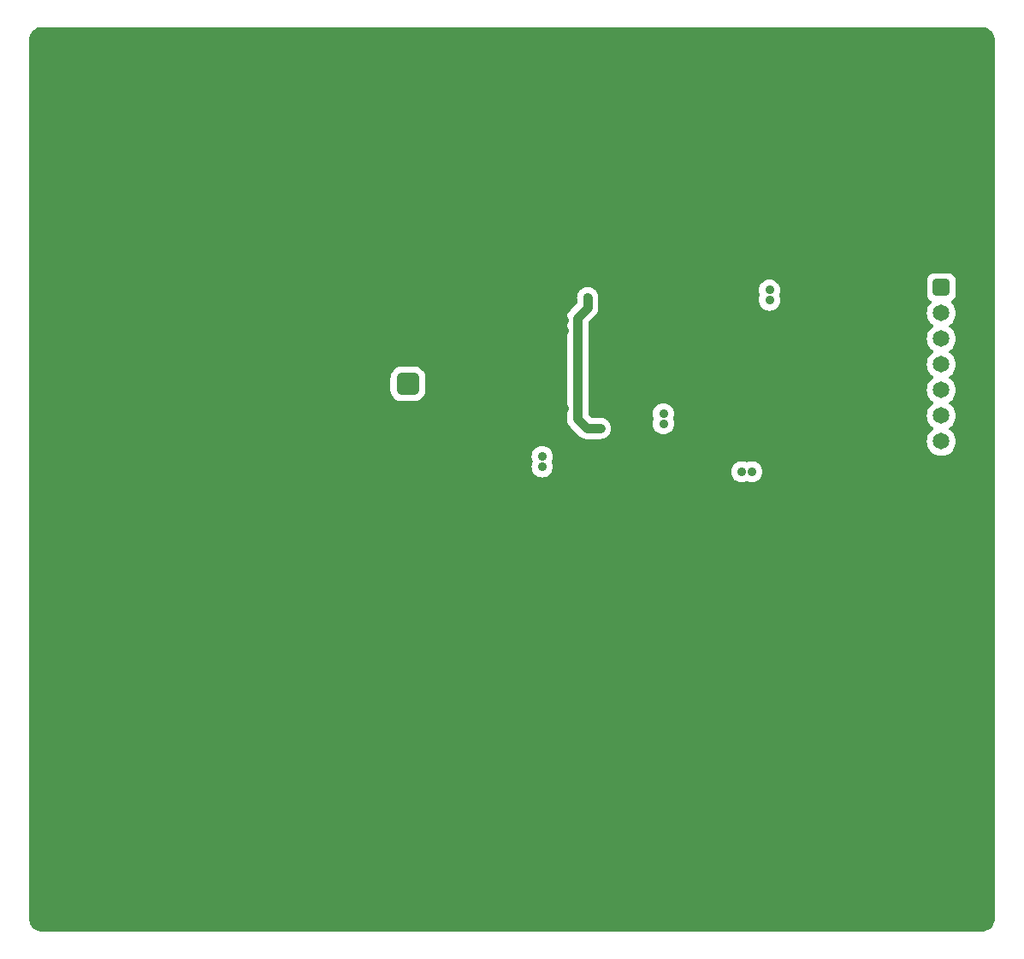
<source format=gbr>
%TF.GenerationSoftware,KiCad,Pcbnew,8.0.8*%
%TF.CreationDate,2025-03-29T16:24:55+01:00*%
%TF.ProjectId,rf,72662e6b-6963-4616-945f-706362585858,rev?*%
%TF.SameCoordinates,PX55d4a80PY8044ea0*%
%TF.FileFunction,Copper,L4,Bot*%
%TF.FilePolarity,Positive*%
%FSLAX46Y46*%
G04 Gerber Fmt 4.6, Leading zero omitted, Abs format (unit mm)*
G04 Created by KiCad (PCBNEW 8.0.8) date 2025-03-29 16:24:55*
%MOMM*%
%LPD*%
G01*
G04 APERTURE LIST*
G04 Aperture macros list*
%AMRoundRect*
0 Rectangle with rounded corners*
0 $1 Rounding radius*
0 $2 $3 $4 $5 $6 $7 $8 $9 X,Y pos of 4 corners*
0 Add a 4 corners polygon primitive as box body*
4,1,4,$2,$3,$4,$5,$6,$7,$8,$9,$2,$3,0*
0 Add four circle primitives for the rounded corners*
1,1,$1+$1,$2,$3*
1,1,$1+$1,$4,$5*
1,1,$1+$1,$6,$7*
1,1,$1+$1,$8,$9*
0 Add four rect primitives between the rounded corners*
20,1,$1+$1,$2,$3,$4,$5,0*
20,1,$1+$1,$4,$5,$6,$7,0*
20,1,$1+$1,$6,$7,$8,$9,0*
20,1,$1+$1,$8,$9,$2,$3,0*%
G04 Aperture macros list end*
%TA.AperFunction,ComponentPad*%
%ADD10C,0.800000*%
%TD*%
%TA.AperFunction,ComponentPad*%
%ADD11C,6.400000*%
%TD*%
%TA.AperFunction,ComponentPad*%
%ADD12RoundRect,0.250000X-0.575000X0.575000X-0.575000X-0.575000X0.575000X-0.575000X0.575000X0.575000X0*%
%TD*%
%TA.AperFunction,ComponentPad*%
%ADD13C,1.650000*%
%TD*%
%TA.AperFunction,ComponentPad*%
%ADD14RoundRect,0.562500X0.562500X0.562500X-0.562500X0.562500X-0.562500X-0.562500X0.562500X-0.562500X0*%
%TD*%
%TA.AperFunction,ComponentPad*%
%ADD15C,2.550000*%
%TD*%
%TA.AperFunction,ViaPad*%
%ADD16C,0.900000*%
%TD*%
%TA.AperFunction,ViaPad*%
%ADD17C,0.700000*%
%TD*%
%TA.AperFunction,Conductor*%
%ADD18C,0.900000*%
%TD*%
G04 APERTURE END LIST*
D10*
%TO.P,H3,1,1*%
%TO.N,GND*%
X88100000Y5500000D03*
X88802944Y7197056D03*
X88802944Y3802944D03*
X90500000Y7900000D03*
D11*
X90500000Y5500000D03*
D10*
X90500000Y3100000D03*
X92197056Y7197056D03*
X92197056Y3802944D03*
X92900000Y5500000D03*
%TD*%
D12*
%TO.P,J1,1,1*%
%TO.N,+3V3*%
X90500000Y64000000D03*
D13*
%TO.P,J1,2,2*%
%TO.N,/nSEL_RF*%
X90500000Y61460000D03*
%TO.P,J1,3,3*%
%TO.N,/SDI_RF*%
X90500000Y58920000D03*
%TO.P,J1,4,4*%
%TO.N,/SDO_RF*%
X90500000Y56380000D03*
%TO.P,J1,5,5*%
%TO.N,/SCLK_RF*%
X90500000Y53840000D03*
%TO.P,J1,6,6*%
%TO.N,/nIRQ_RF*%
X90500000Y51300000D03*
%TO.P,J1,7,7*%
%TO.N,/COMMAND_DONE_RF*%
X90500000Y48760000D03*
%TO.P,J1,8,8*%
%TO.N,GND*%
X90500000Y46220000D03*
%TD*%
D10*
%TO.P,H4,1,1*%
%TO.N,GND*%
X3100000Y5500000D03*
X3802944Y7197056D03*
X3802944Y3802944D03*
X5500000Y7900000D03*
D11*
X5500000Y5500000D03*
D10*
X5500000Y3100000D03*
X7197056Y7197056D03*
X7197056Y3802944D03*
X7900000Y5500000D03*
%TD*%
%TO.P,H1,1,1*%
%TO.N,GND*%
X3100000Y84500000D03*
X3802944Y86197056D03*
X3802944Y82802944D03*
X5500000Y86900000D03*
D11*
X5500000Y84500000D03*
D10*
X5500000Y82100000D03*
X7197056Y86197056D03*
X7197056Y82802944D03*
X7900000Y84500000D03*
%TD*%
%TO.P,H2,1,1*%
%TO.N,GND*%
X88100000Y84500000D03*
X88802944Y86197056D03*
X88802944Y82802944D03*
X90500000Y86900000D03*
D11*
X90500000Y84500000D03*
D10*
X90500000Y82100000D03*
X92197056Y86197056D03*
X92197056Y82802944D03*
X92900000Y84500000D03*
%TD*%
D14*
%TO.P,J5,1,1*%
%TO.N,Net-(C22-Pad1)*%
X37710000Y54460000D03*
D15*
%TO.P,J5,2,2*%
%TO.N,GND*%
X40250000Y51920000D03*
%TO.P,J5,3,3*%
X35170000Y51920000D03*
%TO.P,J5,4,4*%
X35170000Y57000000D03*
%TO.P,J5,5,5*%
X40250000Y57000000D03*
%TD*%
D16*
%TO.N,GND*%
X30500000Y47500000D03*
X66000000Y59500000D03*
%TO.N,+3V3*%
X71750000Y45750000D03*
X63000000Y51500000D03*
X51000000Y47250000D03*
X73500000Y63750000D03*
X73500000Y62750000D03*
X63000000Y50500000D03*
X51000000Y46250000D03*
X70750000Y45750000D03*
%TO.N,GND*%
X87500000Y52500000D03*
X53000000Y67500000D03*
X94500000Y37750000D03*
X58000000Y42500000D03*
X85000000Y52500000D03*
X57500000Y55750000D03*
X45500000Y42500000D03*
X48000000Y67500000D03*
X73000000Y42500000D03*
X61250000Y64500000D03*
X75500000Y45000000D03*
X30500000Y67500000D03*
X94500000Y52250000D03*
X1500000Y81250000D03*
X94500000Y1500000D03*
X68000000Y42500000D03*
X75500000Y42500000D03*
X87500000Y57500000D03*
D17*
X71250000Y54500000D03*
D16*
X82500000Y50000000D03*
X30500000Y50000000D03*
X46250000Y52000000D03*
X33000000Y42500000D03*
X87500000Y55000000D03*
X85000000Y55000000D03*
X38000000Y42500000D03*
X58000000Y67500000D03*
X67000000Y59000000D03*
X60000000Y55750000D03*
X66250000Y45750000D03*
X43000000Y52000000D03*
X63500000Y88500000D03*
X94500000Y8750000D03*
X87500000Y60000000D03*
X1500000Y30500000D03*
X75500000Y65000000D03*
X67350000Y48000000D03*
X68000000Y52000000D03*
X68000000Y67500000D03*
X94500000Y23250000D03*
X68500000Y57250000D03*
X62500000Y58750000D03*
X48000000Y1500000D03*
X46250000Y53000000D03*
X60500000Y42500000D03*
X73000000Y67500000D03*
X40250000Y88500000D03*
X94500000Y88500000D03*
X1500000Y52250000D03*
X85000000Y60000000D03*
X65250000Y50250000D03*
X63000000Y42500000D03*
X17000000Y1500000D03*
X1500000Y45000000D03*
X85000000Y50000000D03*
X65250000Y51250000D03*
X24750000Y1500000D03*
X60000000Y64500000D03*
X94500000Y81250000D03*
X67300000Y45750000D03*
X59250000Y52000000D03*
X75500000Y57500000D03*
X40500000Y42500000D03*
X75500000Y47500000D03*
X24750000Y88500000D03*
X46250000Y55750000D03*
X55750000Y1500000D03*
X94500000Y30500000D03*
X79000000Y1500000D03*
X30500000Y42500000D03*
X60500000Y67500000D03*
D17*
X69750000Y54500000D03*
D16*
X70500000Y67500000D03*
X55750000Y88500000D03*
X38000000Y67500000D03*
X87500000Y50000000D03*
X50500000Y67500000D03*
X48000000Y88500000D03*
X52750000Y55500000D03*
X30500000Y55000000D03*
X1500000Y74000000D03*
X1500000Y16000000D03*
X53250000Y60750000D03*
X86750000Y1500000D03*
X30500000Y60000000D03*
X32500000Y88500000D03*
D17*
X70500000Y55250000D03*
D16*
X1500000Y23250000D03*
X65500000Y67500000D03*
X94500000Y66750000D03*
X17000000Y88500000D03*
X1500000Y1500000D03*
X86750000Y88500000D03*
X82500000Y60000000D03*
X82500000Y57500000D03*
X63500000Y1500000D03*
X43000000Y53000000D03*
X70500000Y42500000D03*
X40500000Y67500000D03*
X67000000Y60250000D03*
X71250000Y88500000D03*
X75500000Y62500000D03*
X75500000Y50000000D03*
X30500000Y57500000D03*
X85000000Y57500000D03*
X48000000Y42500000D03*
D17*
X69750000Y56000000D03*
D16*
X82500000Y55000000D03*
X80000000Y52500000D03*
X70500000Y50000000D03*
X1500000Y59500000D03*
X70500000Y49000000D03*
X53250000Y59750000D03*
X82500000Y52500000D03*
X9250000Y88500000D03*
X59250000Y53000000D03*
X45500000Y67500000D03*
X75500000Y60000000D03*
X49500000Y51500000D03*
X43000000Y55750000D03*
X43000000Y42500000D03*
X50500000Y42500000D03*
X35500000Y67500000D03*
X55500000Y42500000D03*
X57500000Y58750000D03*
X66250000Y48000000D03*
X75500000Y67500000D03*
X63000000Y67500000D03*
X1500000Y88500000D03*
X30500000Y52500000D03*
X56250000Y53000000D03*
X32500000Y1500000D03*
X56250000Y52000000D03*
X1500000Y8750000D03*
X60000000Y58750000D03*
X94500000Y74000000D03*
X30500000Y65000000D03*
X79000000Y88500000D03*
X80000000Y57500000D03*
X62500000Y55750000D03*
X66750000Y50500000D03*
X67750000Y50500000D03*
X30500000Y62500000D03*
X94500000Y16000000D03*
X1500000Y37750000D03*
X9250000Y1500000D03*
X43000000Y67500000D03*
X94500000Y59500000D03*
X55500000Y67500000D03*
D17*
X71250000Y56000000D03*
D16*
X53000000Y42500000D03*
X53250000Y52000000D03*
X94500000Y45000000D03*
X35500000Y42500000D03*
X80000000Y55000000D03*
X71250000Y1500000D03*
X65500000Y42500000D03*
X30500000Y45000000D03*
X40250000Y1500000D03*
X33000000Y67500000D03*
X1500000Y66750000D03*
X48500000Y51500000D03*
%TO.N,/SW*%
X55500000Y63000000D03*
X56750000Y50050000D03*
X55500000Y50050000D03*
X55500000Y62000000D03*
%TD*%
D18*
%TO.N,/SW*%
X54500000Y51000000D02*
X55450000Y50050000D01*
X54500000Y61000000D02*
X54500000Y51000000D01*
X55450000Y50050000D02*
X55500000Y50050000D01*
X55500000Y62000000D02*
X54500000Y61000000D01*
X55500000Y50050000D02*
X56750000Y50050000D01*
X55500000Y62000000D02*
X55500000Y63000000D01*
%TD*%
%TA.AperFunction,Conductor*%
%TO.N,GND*%
G36*
X94504853Y89799119D02*
G01*
X94693563Y89784267D01*
X94712772Y89781224D01*
X94892085Y89738175D01*
X94910577Y89732167D01*
X95046833Y89675728D01*
X95080946Y89661597D01*
X95098283Y89652763D01*
X95255504Y89556418D01*
X95271246Y89544981D01*
X95411464Y89425223D01*
X95425222Y89411465D01*
X95544980Y89271247D01*
X95556417Y89255505D01*
X95652762Y89098284D01*
X95661596Y89080947D01*
X95732163Y88910585D01*
X95738176Y88892079D01*
X95781222Y88712778D01*
X95784266Y88693560D01*
X95799118Y88504854D01*
X95799500Y88495125D01*
X95799500Y1504876D01*
X95799118Y1495147D01*
X95784266Y1306441D01*
X95781222Y1287223D01*
X95738176Y1107922D01*
X95732163Y1089416D01*
X95661596Y919054D01*
X95652762Y901717D01*
X95556417Y744496D01*
X95544980Y728754D01*
X95425222Y588536D01*
X95411464Y574778D01*
X95271246Y455020D01*
X95255504Y443583D01*
X95098283Y347238D01*
X95080946Y338404D01*
X94910584Y267837D01*
X94892078Y261824D01*
X94712777Y218778D01*
X94693559Y215734D01*
X94504854Y200882D01*
X94495125Y200500D01*
X1504875Y200500D01*
X1495146Y200882D01*
X1306440Y215734D01*
X1287222Y218778D01*
X1107921Y261824D01*
X1089415Y267837D01*
X919053Y338404D01*
X901716Y347238D01*
X744495Y443583D01*
X728753Y455020D01*
X588535Y574778D01*
X574777Y588536D01*
X455019Y728754D01*
X443582Y744496D01*
X347237Y901717D01*
X338403Y919054D01*
X324272Y953167D01*
X267833Y1089423D01*
X261825Y1107915D01*
X218776Y1287228D01*
X215733Y1306441D01*
X200882Y1495147D01*
X200500Y1504876D01*
X200500Y47250000D01*
X49944417Y47250000D01*
X49964699Y47044068D01*
X50024768Y46846046D01*
X50044862Y46808453D01*
X50059103Y46740050D01*
X50044862Y46691547D01*
X50024768Y46653955D01*
X49964699Y46455933D01*
X49944417Y46250000D01*
X49964699Y46044068D01*
X49994734Y45945056D01*
X50024768Y45846046D01*
X50122315Y45663550D01*
X50122317Y45663548D01*
X50253589Y45503590D01*
X50350209Y45424298D01*
X50413550Y45372315D01*
X50596046Y45274768D01*
X50794066Y45214700D01*
X50794065Y45214700D01*
X50812529Y45212882D01*
X51000000Y45194417D01*
X51205934Y45214700D01*
X51403954Y45274768D01*
X51586450Y45372315D01*
X51746410Y45503590D01*
X51877685Y45663550D01*
X51923894Y45750000D01*
X69694417Y45750000D01*
X69714699Y45544068D01*
X69714700Y45544066D01*
X69774768Y45346046D01*
X69872315Y45163550D01*
X69872317Y45163548D01*
X70003589Y45003590D01*
X70100209Y44924298D01*
X70163550Y44872315D01*
X70346046Y44774768D01*
X70544066Y44714700D01*
X70544065Y44714700D01*
X70562529Y44712882D01*
X70750000Y44694417D01*
X70955934Y44714700D01*
X71153954Y44774768D01*
X71191547Y44794863D01*
X71259947Y44809105D01*
X71308451Y44794864D01*
X71346046Y44774768D01*
X71544066Y44714700D01*
X71544065Y44714700D01*
X71562529Y44712882D01*
X71750000Y44694417D01*
X71955934Y44714700D01*
X72153954Y44774768D01*
X72336450Y44872315D01*
X72496410Y45003590D01*
X72627685Y45163550D01*
X72725232Y45346046D01*
X72785300Y45544066D01*
X72805583Y45750000D01*
X72785300Y45955934D01*
X72725232Y46153954D01*
X72627685Y46336450D01*
X72575702Y46399791D01*
X72496410Y46496411D01*
X72336452Y46627683D01*
X72336453Y46627683D01*
X72336450Y46627685D01*
X72153954Y46725232D01*
X71955934Y46785300D01*
X71955932Y46785301D01*
X71955934Y46785301D01*
X71750000Y46805583D01*
X71544067Y46785301D01*
X71346045Y46725232D01*
X71308453Y46705138D01*
X71240050Y46690897D01*
X71191547Y46705138D01*
X71153954Y46725232D01*
X71072304Y46750000D01*
X70955934Y46785300D01*
X70955932Y46785301D01*
X70955934Y46785301D01*
X70750000Y46805583D01*
X70544067Y46785301D01*
X70346043Y46725231D01*
X70281810Y46690897D01*
X70163550Y46627685D01*
X70163548Y46627684D01*
X70163547Y46627683D01*
X70003589Y46496411D01*
X69872317Y46336453D01*
X69774769Y46153957D01*
X69714699Y45955933D01*
X69694417Y45750000D01*
X51923894Y45750000D01*
X51975232Y45846046D01*
X52035300Y46044066D01*
X52055583Y46250000D01*
X52035300Y46455934D01*
X51975232Y46653954D01*
X51955137Y46691548D01*
X51940895Y46759947D01*
X51955136Y46808452D01*
X51975232Y46846046D01*
X52035300Y47044066D01*
X52055583Y47250000D01*
X52035300Y47455934D01*
X51975232Y47653954D01*
X51877685Y47836450D01*
X51825702Y47899791D01*
X51746410Y47996411D01*
X51586452Y48127683D01*
X51586453Y48127683D01*
X51586450Y48127685D01*
X51403954Y48225232D01*
X51205934Y48285300D01*
X51205932Y48285301D01*
X51205934Y48285301D01*
X51000000Y48305583D01*
X50794067Y48285301D01*
X50596043Y48225231D01*
X50485898Y48166357D01*
X50413550Y48127685D01*
X50413548Y48127684D01*
X50413547Y48127683D01*
X50253589Y47996411D01*
X50122317Y47836453D01*
X50024769Y47653957D01*
X49964699Y47455933D01*
X49944417Y47250000D01*
X200500Y47250000D01*
X200500Y55094282D01*
X35984500Y55094282D01*
X35984500Y53825719D01*
X35990717Y53736138D01*
X35990718Y53736129D01*
X36040062Y53526334D01*
X36040067Y53526319D01*
X36127120Y53329164D01*
X36127124Y53329156D01*
X36127125Y53329155D01*
X36248932Y53151338D01*
X36401338Y52998932D01*
X36456073Y52961438D01*
X36579155Y52877125D01*
X36579163Y52877121D01*
X36776318Y52790068D01*
X36776325Y52790065D01*
X36776331Y52790064D01*
X36776333Y52790063D01*
X36986128Y52740719D01*
X36986135Y52740719D01*
X36986136Y52740718D01*
X37004053Y52739475D01*
X37075718Y52734500D01*
X37075722Y52734500D01*
X38344282Y52734500D01*
X38404002Y52738646D01*
X38433864Y52740718D01*
X38433865Y52740719D01*
X38433871Y52740719D01*
X38633330Y52787632D01*
X38643675Y52790065D01*
X38840845Y52877125D01*
X39018662Y52998932D01*
X39171068Y53151338D01*
X39292875Y53329155D01*
X39379935Y53526325D01*
X39398338Y53604570D01*
X39429281Y53736129D01*
X39429282Y53736138D01*
X39435500Y53825719D01*
X39435500Y55094282D01*
X39429282Y55183863D01*
X39429281Y55183872D01*
X39379937Y55393667D01*
X39379936Y55393669D01*
X39379935Y55393675D01*
X39379932Y55393682D01*
X39292879Y55590837D01*
X39292875Y55590845D01*
X39218641Y55699213D01*
X39171068Y55768662D01*
X39018662Y55921068D01*
X38840845Y56042875D01*
X38840846Y56042875D01*
X38840844Y56042876D01*
X38840836Y56042880D01*
X38643681Y56129933D01*
X38643666Y56129938D01*
X38433871Y56179282D01*
X38433862Y56179283D01*
X38344282Y56185500D01*
X38344278Y56185500D01*
X37075722Y56185500D01*
X37075718Y56185500D01*
X36986137Y56179283D01*
X36986128Y56179282D01*
X36776333Y56129938D01*
X36776318Y56129933D01*
X36579163Y56042880D01*
X36579155Y56042876D01*
X36401339Y55921069D01*
X36401333Y55921064D01*
X36248936Y55768667D01*
X36248931Y55768661D01*
X36127124Y55590845D01*
X36127120Y55590837D01*
X36040067Y55393682D01*
X36040062Y55393667D01*
X35990718Y55183872D01*
X35990717Y55183863D01*
X35984500Y55094282D01*
X200500Y55094282D01*
X200500Y61103470D01*
X53449500Y61103470D01*
X53449500Y50896531D01*
X53489868Y50693588D01*
X53489870Y50693580D01*
X53550338Y50547597D01*
X53569059Y50502402D01*
X53684023Y50330345D01*
X53830345Y50184023D01*
X53830346Y50184023D01*
X53837413Y50176956D01*
X53837412Y50176956D01*
X53837416Y50176953D01*
X54780341Y49234026D01*
X54780345Y49234023D01*
X54952395Y49119062D01*
X54952408Y49119055D01*
X55101302Y49057382D01*
X55143580Y49039870D01*
X55143584Y49039870D01*
X55143585Y49039869D01*
X55346532Y48999499D01*
X55346535Y48999499D01*
X55442309Y48999499D01*
X55454463Y48998902D01*
X55500000Y48994417D01*
X55545537Y48998902D01*
X55557691Y48999499D01*
X55559579Y48999499D01*
X55559599Y48999500D01*
X56692299Y48999500D01*
X56704453Y48998903D01*
X56706080Y48998743D01*
X56750000Y48994417D01*
X56793919Y48998743D01*
X56795547Y48998903D01*
X56807701Y48999500D01*
X56853468Y48999500D01*
X56880201Y49004819D01*
X56898356Y49008431D01*
X56910382Y49010215D01*
X56955934Y49014700D01*
X56999741Y49027990D01*
X57011515Y49030939D01*
X57056420Y49039870D01*
X57098720Y49057393D01*
X57110141Y49061479D01*
X57153954Y49074768D01*
X57194332Y49096352D01*
X57205304Y49101542D01*
X57247598Y49119059D01*
X57285668Y49144498D01*
X57296085Y49150740D01*
X57336450Y49172315D01*
X57371834Y49201356D01*
X57381585Y49208587D01*
X57419655Y49234023D01*
X57452033Y49266403D01*
X57461020Y49274548D01*
X57496410Y49303590D01*
X57525452Y49338980D01*
X57533597Y49347967D01*
X57565977Y49380345D01*
X57591413Y49418415D01*
X57598644Y49428166D01*
X57627685Y49463550D01*
X57649262Y49503919D01*
X57655502Y49514332D01*
X57680941Y49552402D01*
X57698458Y49594696D01*
X57703648Y49605668D01*
X57725232Y49646046D01*
X57738521Y49689859D01*
X57742607Y49701280D01*
X57760130Y49743580D01*
X57769061Y49788485D01*
X57772010Y49800259D01*
X57785300Y49844066D01*
X57789785Y49889618D01*
X57791571Y49901652D01*
X57800500Y49946532D01*
X57800500Y49992301D01*
X57801097Y50004455D01*
X57805583Y50050000D01*
X57801097Y50095547D01*
X57800500Y50107701D01*
X57800500Y50153465D01*
X57791567Y50198371D01*
X57789785Y50210385D01*
X57785300Y50255934D01*
X57772016Y50299726D01*
X57769060Y50311529D01*
X57760131Y50356413D01*
X57760130Y50356420D01*
X57742614Y50398705D01*
X57738518Y50410152D01*
X57725232Y50453954D01*
X57725231Y50453955D01*
X57725231Y50453957D01*
X57703654Y50494323D01*
X57698456Y50505311D01*
X57680941Y50547598D01*
X57655515Y50585651D01*
X57649262Y50596084D01*
X57627688Y50636445D01*
X57627684Y50636451D01*
X57598650Y50671830D01*
X57591401Y50681605D01*
X57565978Y50719654D01*
X57565974Y50719659D01*
X57533615Y50752017D01*
X57525442Y50761034D01*
X57496408Y50796412D01*
X57461033Y50825443D01*
X57452015Y50833617D01*
X57419658Y50865975D01*
X57419654Y50865978D01*
X57381597Y50891407D01*
X57371824Y50898655D01*
X57336452Y50927684D01*
X57296086Y50949261D01*
X57285653Y50955514D01*
X57247595Y50980943D01*
X57205316Y50998455D01*
X57194323Y51003654D01*
X57153954Y51025232D01*
X57110146Y51038522D01*
X57098692Y51042621D01*
X57056422Y51060130D01*
X57056414Y51060132D01*
X57011531Y51069060D01*
X56999730Y51072016D01*
X56955935Y51085300D01*
X56910383Y51089787D01*
X56898353Y51091572D01*
X56853465Y51100500D01*
X56853463Y51100500D01*
X56807701Y51100500D01*
X56795547Y51101097D01*
X56750000Y51105583D01*
X56704453Y51101097D01*
X56692299Y51100500D01*
X55936494Y51100500D01*
X55869455Y51120185D01*
X55848813Y51136819D01*
X55586819Y51398813D01*
X55553334Y51460136D01*
X55550500Y51486494D01*
X55550500Y51500000D01*
X61944417Y51500000D01*
X61964699Y51294068D01*
X62024768Y51096046D01*
X62044862Y51058453D01*
X62059103Y50990050D01*
X62044862Y50941547D01*
X62024768Y50903955D01*
X61964699Y50705933D01*
X61944417Y50500000D01*
X61964699Y50294068D01*
X61964700Y50294066D01*
X62024768Y50096046D01*
X62122315Y49913550D01*
X62136986Y49895673D01*
X62253589Y49753590D01*
X62331270Y49689840D01*
X62413550Y49622315D01*
X62596046Y49524768D01*
X62794066Y49464700D01*
X62794065Y49464700D01*
X62805742Y49463550D01*
X63000000Y49444417D01*
X63205934Y49464700D01*
X63403954Y49524768D01*
X63586450Y49622315D01*
X63746410Y49753590D01*
X63877685Y49913550D01*
X63975232Y50096046D01*
X64035300Y50294066D01*
X64055583Y50500000D01*
X64035300Y50705934D01*
X63975232Y50903954D01*
X63955137Y50941548D01*
X63940895Y51009947D01*
X63955136Y51058452D01*
X63975232Y51096046D01*
X64035300Y51294066D01*
X64055583Y51500000D01*
X64035300Y51705934D01*
X63975232Y51903954D01*
X63877685Y52086450D01*
X63802092Y52178561D01*
X63746410Y52246411D01*
X63586452Y52377683D01*
X63586453Y52377683D01*
X63586450Y52377685D01*
X63403954Y52475232D01*
X63205934Y52535300D01*
X63205932Y52535301D01*
X63205934Y52535301D01*
X63000000Y52555583D01*
X62794067Y52535301D01*
X62596043Y52475231D01*
X62485898Y52416357D01*
X62413550Y52377685D01*
X62413548Y52377684D01*
X62413547Y52377683D01*
X62253589Y52246411D01*
X62122317Y52086453D01*
X62024769Y51903957D01*
X61964699Y51705933D01*
X61944417Y51500000D01*
X55550500Y51500000D01*
X55550500Y60513507D01*
X55570185Y60580546D01*
X55586819Y60601188D01*
X55764844Y60779213D01*
X56202024Y61216394D01*
X56211020Y61224548D01*
X56246410Y61253590D01*
X56275452Y61288980D01*
X56283597Y61297967D01*
X56315977Y61330345D01*
X56341409Y61368408D01*
X56348651Y61378175D01*
X56377685Y61413550D01*
X56399260Y61453916D01*
X56402910Y61460006D01*
X89069615Y61460006D01*
X89069615Y61459995D01*
X89089123Y61224570D01*
X89147117Y60995555D01*
X89242013Y60779213D01*
X89371225Y60581438D01*
X89531223Y60407636D01*
X89531233Y60407627D01*
X89685118Y60287853D01*
X89725931Y60231143D01*
X89729606Y60161370D01*
X89694974Y60100687D01*
X89685118Y60092147D01*
X89531233Y59972374D01*
X89531223Y59972365D01*
X89371225Y59798563D01*
X89242013Y59600788D01*
X89147117Y59384446D01*
X89089123Y59155431D01*
X89069615Y58920006D01*
X89069615Y58919995D01*
X89089123Y58684570D01*
X89147117Y58455555D01*
X89242013Y58239213D01*
X89371225Y58041438D01*
X89531223Y57867636D01*
X89531233Y57867627D01*
X89685118Y57747853D01*
X89725931Y57691143D01*
X89729606Y57621370D01*
X89694974Y57560687D01*
X89685118Y57552147D01*
X89531233Y57432374D01*
X89531223Y57432365D01*
X89371225Y57258563D01*
X89242013Y57060788D01*
X89147117Y56844446D01*
X89089123Y56615431D01*
X89069615Y56380006D01*
X89069615Y56379995D01*
X89089123Y56144570D01*
X89147117Y55915555D01*
X89242013Y55699213D01*
X89371225Y55501438D01*
X89531223Y55327636D01*
X89531233Y55327627D01*
X89685118Y55207853D01*
X89725931Y55151143D01*
X89729606Y55081370D01*
X89694974Y55020687D01*
X89685118Y55012147D01*
X89531233Y54892374D01*
X89531223Y54892365D01*
X89371225Y54718563D01*
X89242013Y54520788D01*
X89147117Y54304446D01*
X89089123Y54075431D01*
X89069615Y53840006D01*
X89069615Y53839995D01*
X89089123Y53604570D01*
X89147117Y53375555D01*
X89242013Y53159213D01*
X89371225Y52961438D01*
X89531223Y52787636D01*
X89531233Y52787627D01*
X89685118Y52667853D01*
X89725931Y52611143D01*
X89729606Y52541370D01*
X89694974Y52480687D01*
X89685118Y52472147D01*
X89531233Y52352374D01*
X89531223Y52352365D01*
X89371225Y52178563D01*
X89242013Y51980788D01*
X89147117Y51764446D01*
X89089123Y51535431D01*
X89069615Y51300006D01*
X89069615Y51299995D01*
X89089123Y51064570D01*
X89089123Y51064567D01*
X89089124Y51064566D01*
X89117596Y50952131D01*
X89147117Y50835555D01*
X89242013Y50619213D01*
X89371225Y50421438D01*
X89531223Y50247636D01*
X89531233Y50247627D01*
X89685118Y50127853D01*
X89725931Y50071143D01*
X89729606Y50001370D01*
X89694974Y49940687D01*
X89685118Y49932147D01*
X89531233Y49812374D01*
X89531223Y49812365D01*
X89371225Y49638563D01*
X89242013Y49440788D01*
X89147117Y49224446D01*
X89089123Y48995431D01*
X89069615Y48760006D01*
X89069615Y48759995D01*
X89089123Y48524570D01*
X89147117Y48295555D01*
X89242013Y48079213D01*
X89371225Y47881438D01*
X89531223Y47707636D01*
X89531227Y47707632D01*
X89717654Y47562530D01*
X89925421Y47450092D01*
X90148861Y47373384D01*
X90381880Y47334500D01*
X90381881Y47334500D01*
X90618119Y47334500D01*
X90618120Y47334500D01*
X90851139Y47373384D01*
X91074579Y47450092D01*
X91282346Y47562530D01*
X91468773Y47707632D01*
X91628775Y47881439D01*
X91757986Y48079212D01*
X91852883Y48295555D01*
X91910876Y48524566D01*
X91930385Y48760000D01*
X91910876Y48995434D01*
X91852883Y49224445D01*
X91757986Y49440788D01*
X91628775Y49638561D01*
X91628774Y49638563D01*
X91468776Y49812365D01*
X91468766Y49812374D01*
X91314882Y49932147D01*
X91274069Y49988857D01*
X91270394Y50058630D01*
X91305026Y50119313D01*
X91314882Y50127853D01*
X91420931Y50210395D01*
X91468773Y50247632D01*
X91628775Y50421439D01*
X91757986Y50619212D01*
X91852883Y50835555D01*
X91910876Y51064566D01*
X91919546Y51169204D01*
X91930385Y51299995D01*
X91930385Y51300006D01*
X91910876Y51535431D01*
X91910876Y51535434D01*
X91852883Y51764445D01*
X91757986Y51980788D01*
X91628775Y52178561D01*
X91628774Y52178563D01*
X91468776Y52352365D01*
X91468766Y52352374D01*
X91314882Y52472147D01*
X91274069Y52528857D01*
X91270394Y52598630D01*
X91305026Y52659313D01*
X91314882Y52667853D01*
X91413168Y52744353D01*
X91468773Y52787632D01*
X91628775Y52961439D01*
X91757986Y53159212D01*
X91852883Y53375555D01*
X91910876Y53604566D01*
X91921778Y53736129D01*
X91930385Y53839995D01*
X91930385Y53840006D01*
X91910876Y54075431D01*
X91910876Y54075434D01*
X91852883Y54304445D01*
X91757986Y54520788D01*
X91628775Y54718561D01*
X91628774Y54718563D01*
X91468776Y54892365D01*
X91468766Y54892374D01*
X91314882Y55012147D01*
X91274069Y55068857D01*
X91270394Y55138630D01*
X91305026Y55199313D01*
X91314882Y55207853D01*
X91413168Y55284353D01*
X91468773Y55327632D01*
X91628775Y55501439D01*
X91757986Y55699212D01*
X91852883Y55915555D01*
X91910876Y56144566D01*
X91930385Y56380000D01*
X91910876Y56615434D01*
X91852883Y56844445D01*
X91757986Y57060788D01*
X91628775Y57258561D01*
X91628774Y57258563D01*
X91468776Y57432365D01*
X91468766Y57432374D01*
X91314882Y57552147D01*
X91274069Y57608857D01*
X91270394Y57678630D01*
X91305026Y57739313D01*
X91314882Y57747853D01*
X91413168Y57824353D01*
X91468773Y57867632D01*
X91628775Y58041439D01*
X91757986Y58239212D01*
X91852883Y58455555D01*
X91910876Y58684566D01*
X91930385Y58920000D01*
X91910876Y59155434D01*
X91852883Y59384445D01*
X91757986Y59600788D01*
X91628775Y59798561D01*
X91628774Y59798563D01*
X91468776Y59972365D01*
X91468766Y59972374D01*
X91314882Y60092147D01*
X91274069Y60148857D01*
X91270394Y60218630D01*
X91305026Y60279313D01*
X91314882Y60287853D01*
X91413168Y60364353D01*
X91468773Y60407632D01*
X91628775Y60581439D01*
X91757986Y60779212D01*
X91852883Y60995555D01*
X91910876Y61224566D01*
X91929880Y61453901D01*
X91930385Y61459995D01*
X91930385Y61460006D01*
X91913012Y61669656D01*
X91910876Y61695434D01*
X91852883Y61924445D01*
X91757986Y62140788D01*
X91743115Y62163550D01*
X91628777Y62338559D01*
X91480515Y62499613D01*
X91449593Y62562267D01*
X91457453Y62631693D01*
X91501600Y62685849D01*
X91516652Y62694685D01*
X91535753Y62704158D01*
X91679940Y62820060D01*
X91795842Y62964247D01*
X91878037Y63129979D01*
X91922683Y63309505D01*
X91925500Y63351046D01*
X91925500Y64648954D01*
X91922683Y64690495D01*
X91878037Y64870021D01*
X91795842Y65035753D01*
X91745945Y65097827D01*
X91679940Y65179941D01*
X91577785Y65262055D01*
X91535753Y65295842D01*
X91535751Y65295843D01*
X91535750Y65295844D01*
X91370023Y65378036D01*
X91370021Y65378037D01*
X91190497Y65422683D01*
X91190501Y65422683D01*
X91159339Y65424796D01*
X91148954Y65425500D01*
X89851046Y65425500D01*
X89839177Y65424696D01*
X89809500Y65422683D01*
X89629978Y65378037D01*
X89629976Y65378036D01*
X89464249Y65295844D01*
X89320059Y65179941D01*
X89204156Y65035751D01*
X89121964Y64870024D01*
X89121963Y64870022D01*
X89077317Y64690500D01*
X89074500Y64648952D01*
X89074500Y63351049D01*
X89077317Y63309501D01*
X89121963Y63129979D01*
X89121964Y63129977D01*
X89204156Y62964250D01*
X89204157Y62964249D01*
X89204158Y62964247D01*
X89210841Y62955933D01*
X89320059Y62820060D01*
X89464247Y62704158D01*
X89483348Y62694685D01*
X89534662Y62647264D01*
X89552192Y62579629D01*
X89530372Y62513254D01*
X89519485Y62499613D01*
X89371222Y62338559D01*
X89242013Y62140788D01*
X89147117Y61924446D01*
X89089123Y61695431D01*
X89069615Y61460006D01*
X56402910Y61460006D01*
X56405501Y61464329D01*
X56430942Y61502402D01*
X56448460Y61544698D01*
X56453649Y61555671D01*
X56475232Y61596046D01*
X56488521Y61639860D01*
X56492607Y61651281D01*
X56510130Y61693581D01*
X56519060Y61738481D01*
X56522017Y61750281D01*
X56529446Y61774768D01*
X56535300Y61794066D01*
X56539785Y61839607D01*
X56541569Y61851635D01*
X56550501Y61896535D01*
X56550501Y61942311D01*
X56551098Y61954465D01*
X56555583Y62000000D01*
X56551098Y62045537D01*
X56550501Y62057691D01*
X56550501Y62108576D01*
X56550500Y62108602D01*
X56550500Y62942301D01*
X56551097Y62954455D01*
X56551243Y62955934D01*
X56555583Y63000000D01*
X56551097Y63045547D01*
X56550500Y63057701D01*
X56550500Y63103465D01*
X56550500Y63103467D01*
X56541567Y63148371D01*
X56539785Y63160385D01*
X56535300Y63205934D01*
X56522015Y63249728D01*
X56519060Y63261529D01*
X56510131Y63306413D01*
X56510130Y63306420D01*
X56492611Y63348714D01*
X56488518Y63360152D01*
X56475232Y63403954D01*
X56475231Y63403955D01*
X56475231Y63403957D01*
X56453654Y63444323D01*
X56448456Y63455311D01*
X56430941Y63497598D01*
X56405508Y63535662D01*
X56399262Y63546084D01*
X56377688Y63586445D01*
X56377684Y63586451D01*
X56377682Y63586453D01*
X56348650Y63621830D01*
X56341401Y63631605D01*
X56315978Y63669654D01*
X56315974Y63669659D01*
X56283615Y63702017D01*
X56275442Y63711034D01*
X56246408Y63746412D01*
X56242036Y63750000D01*
X72444417Y63750000D01*
X72464699Y63544068D01*
X72524768Y63346046D01*
X72544862Y63308453D01*
X72559103Y63240050D01*
X72544862Y63191547D01*
X72524768Y63153955D01*
X72464699Y62955933D01*
X72444417Y62750000D01*
X72464699Y62544068D01*
X72482164Y62486494D01*
X72524768Y62346046D01*
X72622315Y62163550D01*
X72622317Y62163548D01*
X72753589Y62003590D01*
X72813449Y61954465D01*
X72913550Y61872315D01*
X73096046Y61774768D01*
X73294066Y61714700D01*
X73294065Y61714700D01*
X73312529Y61712882D01*
X73500000Y61694417D01*
X73705934Y61714700D01*
X73903954Y61774768D01*
X74086450Y61872315D01*
X74246410Y62003590D01*
X74377685Y62163550D01*
X74475232Y62346046D01*
X74535300Y62544066D01*
X74555583Y62750000D01*
X74535300Y62955934D01*
X74475232Y63153954D01*
X74455137Y63191548D01*
X74440895Y63259947D01*
X74455136Y63308452D01*
X74475232Y63346046D01*
X74535300Y63544066D01*
X74555583Y63750000D01*
X74535300Y63955934D01*
X74475232Y64153954D01*
X74377685Y64336450D01*
X74325702Y64399791D01*
X74246410Y64496411D01*
X74086452Y64627683D01*
X74086453Y64627683D01*
X74086450Y64627685D01*
X73903954Y64725232D01*
X73705934Y64785300D01*
X73705932Y64785301D01*
X73705934Y64785301D01*
X73500000Y64805583D01*
X73294067Y64785301D01*
X73096043Y64725231D01*
X73031058Y64690495D01*
X72913550Y64627685D01*
X72913548Y64627684D01*
X72913547Y64627683D01*
X72753589Y64496411D01*
X72622317Y64336453D01*
X72524769Y64153957D01*
X72464699Y63955933D01*
X72444417Y63750000D01*
X56242036Y63750000D01*
X56211033Y63775443D01*
X56202015Y63783617D01*
X56169658Y63815975D01*
X56169654Y63815978D01*
X56131597Y63841407D01*
X56121824Y63848655D01*
X56086452Y63877684D01*
X56046086Y63899261D01*
X56035653Y63905514D01*
X55997595Y63930943D01*
X55955316Y63948455D01*
X55944323Y63953654D01*
X55903954Y63975232D01*
X55903951Y63975233D01*
X55860146Y63988522D01*
X55848692Y63992621D01*
X55806422Y64010130D01*
X55806414Y64010132D01*
X55761531Y64019060D01*
X55749730Y64022016D01*
X55705935Y64035300D01*
X55660383Y64039787D01*
X55648353Y64041572D01*
X55603465Y64050500D01*
X55603463Y64050500D01*
X55557701Y64050500D01*
X55545547Y64051097D01*
X55500000Y64055583D01*
X55454453Y64051097D01*
X55442299Y64050500D01*
X55396534Y64050500D01*
X55351639Y64041571D01*
X55339607Y64039786D01*
X55294070Y64035301D01*
X55294068Y64035301D01*
X55294066Y64035300D01*
X55250272Y64022016D01*
X55238473Y64019061D01*
X55193584Y64010132D01*
X55193581Y64010131D01*
X55151286Y63992613D01*
X55139835Y63988516D01*
X55096047Y63975233D01*
X55096045Y63975232D01*
X55055672Y63953653D01*
X55044676Y63948453D01*
X55002409Y63930945D01*
X55002402Y63930942D01*
X54964338Y63905510D01*
X54953908Y63899258D01*
X54913552Y63877687D01*
X54913547Y63877683D01*
X54878167Y63848650D01*
X54868402Y63841408D01*
X54830349Y63815981D01*
X54830344Y63815977D01*
X54797979Y63783612D01*
X54788967Y63775445D01*
X54753590Y63746411D01*
X54753589Y63746410D01*
X54724555Y63711033D01*
X54716388Y63702021D01*
X54684023Y63669656D01*
X54684019Y63669651D01*
X54658592Y63631598D01*
X54651350Y63621833D01*
X54622317Y63586453D01*
X54622313Y63586448D01*
X54600742Y63546092D01*
X54594490Y63535662D01*
X54569058Y63497598D01*
X54569055Y63497591D01*
X54551547Y63455324D01*
X54546347Y63444328D01*
X54524768Y63403955D01*
X54524767Y63403953D01*
X54511484Y63360165D01*
X54507387Y63348714D01*
X54489869Y63306419D01*
X54489868Y63306416D01*
X54480939Y63261527D01*
X54477984Y63249730D01*
X54464700Y63205934D01*
X54464700Y63205933D01*
X54464700Y63205932D01*
X54464699Y63205930D01*
X54460214Y63160393D01*
X54458429Y63148361D01*
X54449500Y63103467D01*
X54449500Y63057701D01*
X54448902Y63045547D01*
X54444417Y63000000D01*
X54448757Y62955934D01*
X54448903Y62954455D01*
X54449500Y62942301D01*
X54449500Y62486494D01*
X54429815Y62419455D01*
X54413181Y62398813D01*
X53830347Y61815979D01*
X53830345Y61815977D01*
X53789138Y61774770D01*
X53684023Y61669656D01*
X53569058Y61497597D01*
X53489870Y61306421D01*
X53489868Y61306413D01*
X53449500Y61103470D01*
X200500Y61103470D01*
X200500Y88495125D01*
X200882Y88504854D01*
X215733Y88693560D01*
X218775Y88712771D01*
X261826Y88892090D01*
X267832Y88910575D01*
X338404Y89080950D01*
X347237Y89098284D01*
X443582Y89255505D01*
X455019Y89271247D01*
X574781Y89411470D01*
X588530Y89425219D01*
X728755Y89544983D01*
X744495Y89556418D01*
X901719Y89652765D01*
X919050Y89661596D01*
X1089425Y89732168D01*
X1107910Y89738174D01*
X1287229Y89781225D01*
X1306434Y89784267D01*
X1495146Y89799119D01*
X1504875Y89799500D01*
X1539882Y89799500D01*
X94460118Y89799500D01*
X94495125Y89799500D01*
X94504853Y89799119D01*
G37*
%TD.AperFunction*%
%TD*%
M02*

</source>
